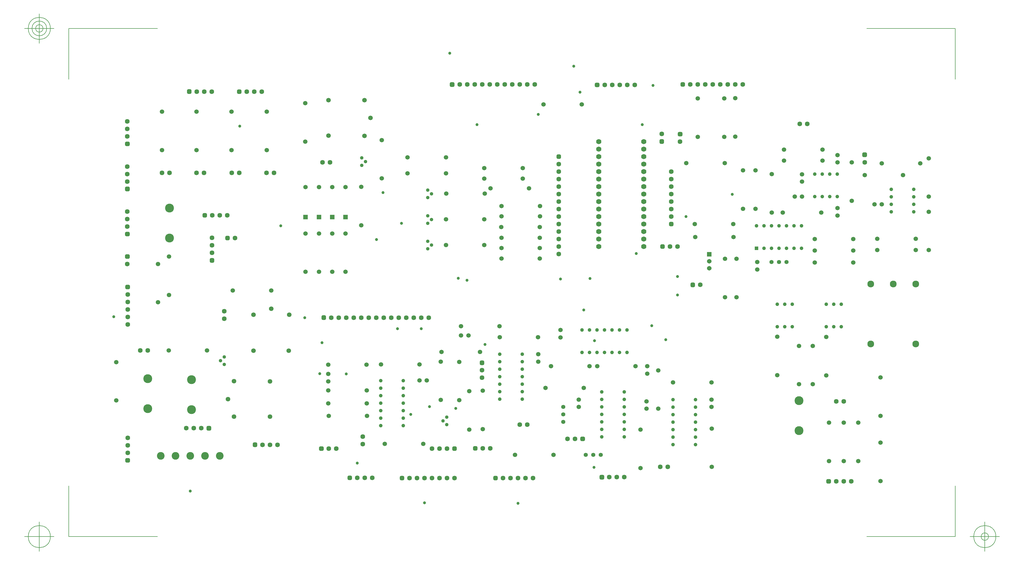
<source format=gbr>
G04 Generated by Ultiboard 13.0 *
%FSLAX33Y33*%
%MOMM*%

%ADD10C,0.001*%
%ADD11C,0.127*%
%ADD12C,1.000*%
%ADD13C,1.556*%
%ADD14C,1.609*%
%ADD15C,1.500*%
%ADD16C,1.185*%
%ADD17R,0.529X0.529*%
%ADD18C,0.995*%
%ADD19C,3.006*%
%ADD20C,1.422*%
%ADD21C,1.537*%
%ADD22R,1.537X1.537*%
%ADD23C,2.300*%
%ADD24C,1.245*%
%ADD25R,1.500X1.500*%
%ADD26C,1.760*%
%ADD27R,1.245X1.245*%
%ADD28C,2.600*%


G04 ColorRGB 9900CC for the following layer *
%LNSolder Mask Bottom*%
%LPD*%
G54D10*
G54D11*
X-1207Y-1137D02*
X-1207Y16089D01*
X-1207Y-1137D02*
X28813Y-1137D01*
X298997Y-1137D02*
X268977Y-1137D01*
X298997Y-1137D02*
X298997Y16089D01*
X298997Y171127D02*
X298997Y153901D01*
X298997Y171127D02*
X268977Y171127D01*
X-1207Y171127D02*
X28813Y171127D01*
X-1207Y171127D02*
X-1207Y153901D01*
X-6207Y-1137D02*
X-16207Y-1137D01*
X-11207Y-6137D02*
X-11207Y3863D01*
X-14957Y-1137D02*
G75*
D01*
G02X-14957Y-1137I3750J0*
G01*
X303997Y-1137D02*
X313997Y-1137D01*
X308997Y-6137D02*
X308997Y3863D01*
X305247Y-1137D02*
G75*
D01*
G02X305247Y-1137I3750J0*
G01*
X307747Y-1137D02*
G75*
D01*
G02X307747Y-1137I1250J0*
G01*
X-6207Y171127D02*
X-16207Y171127D01*
X-11207Y166127D02*
X-11207Y176127D01*
X-14957Y171127D02*
G75*
D01*
G02X-14957Y171127I3750J0*
G01*
X-13707Y171127D02*
G75*
D01*
G02X-13707Y171127I2500J0*
G01*
X-12457Y171127D02*
G75*
D01*
G02X-12457Y171127I1250J0*
G01*
G54D12*
X114580Y40300D03*
X173160Y75680D03*
X129800Y42340D03*
X196190Y70310D03*
X103020Y99530D03*
X96440Y23820D03*
X200930Y65570D03*
X111450Y105030D03*
X127770Y162730D03*
X92720Y53980D03*
X110120Y69340D03*
X130660Y86470D03*
X175250Y86370D03*
X118120Y69340D03*
X83780Y54060D03*
X176640Y22320D03*
X190940Y94780D03*
X56660Y137980D03*
X133650Y85800D03*
X139690Y64000D03*
X70510Y104210D03*
X207780Y107335D03*
X223420Y114910D03*
X137005Y138485D03*
X192965Y138485D03*
X196660Y151790D03*
X169820Y158340D03*
X157785Y142005D03*
X171920Y149540D03*
X39900Y14330D03*
X204940Y87070D03*
X84490Y64610D03*
X204945Y80735D03*
X150920Y10170D03*
X119220Y10350D03*
X165300Y86170D03*
X120920Y42880D03*
X78670Y73100D03*
X105190Y115500D03*
X14030Y73430D03*
X176820Y65270D03*
G54D13*
X73300Y61900D03*
X73396Y74096D03*
X67300Y76128D03*
X61300Y61900D03*
X61300Y74100D03*
X66900Y51500D03*
X54704Y51596D03*
X52672Y45500D03*
X66900Y39500D03*
X54700Y39500D03*
X86700Y134800D03*
X98896Y134704D03*
X100928Y140800D03*
X86700Y146800D03*
X98900Y146800D03*
G54D14*
X44600Y122200D03*
X42060Y122200D03*
X56500Y122200D03*
X53960Y122200D03*
X68300Y122200D03*
X65760Y122200D03*
X32900Y122200D03*
X30360Y122200D03*
X151460Y36800D03*
X154000Y36800D03*
X51400Y72700D03*
X51400Y75240D03*
X55040Y100100D03*
X84700Y125700D03*
X87240Y125700D03*
X248832Y138800D03*
X246292Y138800D03*
X212640Y84200D03*
X41120Y35600D03*
X43660Y35600D03*
X38580Y35600D03*
X170237Y32000D03*
X167697Y32000D03*
X138940Y28800D03*
X141480Y28800D03*
X86840Y28700D03*
X89380Y28700D03*
X49880Y107800D03*
X47340Y107800D03*
X52420Y107800D03*
X133680Y152100D03*
X131140Y152100D03*
X148920Y152100D03*
X141300Y152100D03*
X136220Y152100D03*
X138760Y152100D03*
X143840Y152100D03*
X146380Y152100D03*
X156540Y152100D03*
X151460Y152100D03*
X154000Y152100D03*
X180240Y152000D03*
X182780Y152000D03*
X187860Y152000D03*
X185320Y152000D03*
X190400Y152000D03*
X18600Y106480D03*
X18600Y103940D03*
X18600Y109020D03*
X47300Y97580D03*
X47300Y95040D03*
X47300Y100120D03*
X61580Y149700D03*
X59040Y149700D03*
X64120Y149700D03*
X44661Y149719D03*
X42121Y149719D03*
X47201Y149719D03*
X18700Y29780D03*
X18700Y27240D03*
X18700Y32320D03*
X66880Y30000D03*
X64340Y30000D03*
X69420Y30000D03*
X18600Y137080D03*
X18600Y134540D03*
X18600Y139620D03*
X18600Y91260D03*
X199100Y22500D03*
X201640Y22500D03*
X138720Y55240D03*
X138720Y52700D03*
X124320Y28700D03*
X126860Y28700D03*
X121780Y28700D03*
X98300Y32800D03*
X98300Y30260D03*
X25500Y62000D03*
X22960Y62000D03*
X164700Y99760D03*
X164700Y115000D03*
X164700Y122620D03*
X164700Y125160D03*
X164700Y120080D03*
X164700Y117540D03*
X164700Y107380D03*
X164700Y112460D03*
X164700Y109920D03*
X164700Y102300D03*
X164700Y104840D03*
X164700Y94680D03*
X164700Y97220D03*
X115580Y73100D03*
X97800Y73100D03*
X90180Y73100D03*
X87640Y73100D03*
X92720Y73100D03*
X95260Y73100D03*
X105420Y73100D03*
X100340Y73100D03*
X102880Y73100D03*
X113040Y73100D03*
X107960Y73100D03*
X110500Y73100D03*
X120660Y73100D03*
X118120Y73100D03*
X202405Y97205D03*
X204945Y97205D03*
X202780Y122575D03*
X202780Y109875D03*
X202780Y107335D03*
X202780Y112415D03*
X202780Y117495D03*
X202780Y114955D03*
X202780Y120035D03*
X199600Y135340D03*
X205800Y132760D03*
X268300Y125760D03*
X261180Y17600D03*
X258640Y17600D03*
X263720Y17600D03*
X261200Y44700D03*
X258660Y44700D03*
X184380Y19000D03*
X186920Y19000D03*
X181840Y19000D03*
X145840Y18700D03*
X148380Y18700D03*
X153460Y18700D03*
X150920Y18700D03*
X156000Y18700D03*
X129380Y18700D03*
X116680Y18700D03*
X114140Y18700D03*
X119220Y18700D03*
X124300Y18700D03*
X121760Y18700D03*
X126840Y18700D03*
X98980Y18800D03*
X96440Y18800D03*
X101520Y18800D03*
X18700Y80960D03*
X18700Y78420D03*
X18700Y73340D03*
X18700Y75880D03*
X18700Y70800D03*
X18600Y121780D03*
X18600Y119240D03*
X18600Y124320D03*
X224445Y152130D03*
X216825Y152130D03*
X211745Y152130D03*
X209205Y152130D03*
X214285Y152130D03*
X219365Y152130D03*
X221905Y152130D03*
X226985Y152130D03*
G54D15*
X194400Y44700D03*
X194400Y42200D03*
X139600Y115100D03*
X126600Y115100D03*
X139500Y106400D03*
X126500Y106400D03*
X139500Y97700D03*
X126500Y97700D03*
X104785Y133265D03*
X104785Y120265D03*
X120000Y51800D03*
X117500Y51800D03*
X42000Y129900D03*
X42000Y142900D03*
X78870Y132780D03*
X78870Y145780D03*
X30300Y129900D03*
X30300Y142900D03*
X65800Y129900D03*
X65800Y142900D03*
X32700Y80800D03*
X32700Y93800D03*
X29000Y78300D03*
X29000Y91300D03*
X53900Y129900D03*
X53900Y142900D03*
X211800Y134400D03*
X211800Y147400D03*
X224475Y147440D03*
X224475Y134440D03*
X134385Y48150D03*
X134385Y35150D03*
X259100Y110200D03*
X259100Y107700D03*
X259100Y128200D03*
X259100Y125700D03*
X171500Y42800D03*
X171500Y45300D03*
X247100Y119200D03*
X247100Y121700D03*
X244600Y114100D03*
X247100Y114100D03*
X240600Y108700D03*
X253600Y108700D03*
X227100Y110000D03*
X227100Y123000D03*
X236860Y108710D03*
X236860Y121710D03*
X231300Y123000D03*
X231300Y110000D03*
X271600Y111500D03*
X274100Y111500D03*
X216500Y35500D03*
X216500Y22500D03*
X216400Y42800D03*
X216400Y45300D03*
X203400Y51100D03*
X216400Y51100D03*
X198400Y55200D03*
X198400Y42200D03*
X194700Y54100D03*
X194700Y56600D03*
X157800Y58200D03*
X157800Y60700D03*
X165300Y66400D03*
X165300Y68900D03*
X173200Y49300D03*
X160200Y49300D03*
X175100Y56600D03*
X162100Y56600D03*
X190700Y56600D03*
X177700Y56600D03*
X144715Y66450D03*
X157715Y66450D03*
X144600Y70200D03*
X131600Y70200D03*
X138000Y61500D03*
X125000Y61500D03*
X162900Y26600D03*
X149900Y26600D03*
X138925Y48325D03*
X138925Y35325D03*
X131000Y45100D03*
X131000Y58100D03*
X124700Y58200D03*
X124700Y45200D03*
X118800Y30300D03*
X105800Y30300D03*
X104500Y57200D03*
X117500Y57200D03*
X86645Y44015D03*
X99645Y44015D03*
X99800Y39775D03*
X86800Y39775D03*
X86635Y48385D03*
X99635Y48385D03*
X99600Y57100D03*
X86600Y57100D03*
X32600Y62000D03*
X45600Y62000D03*
X14800Y58000D03*
X14800Y45000D03*
X88000Y101600D03*
X88000Y88600D03*
X83500Y101600D03*
X83500Y88600D03*
X92500Y101600D03*
X92500Y88600D03*
X78900Y101600D03*
X78900Y88600D03*
X78900Y117360D03*
X83500Y117360D03*
X88000Y117360D03*
X92500Y117360D03*
X97800Y117400D03*
X97800Y104400D03*
X54300Y82300D03*
X67300Y82300D03*
X172500Y145400D03*
X159500Y145400D03*
X113500Y127400D03*
X126500Y127400D03*
X126500Y122000D03*
X113500Y122000D03*
X145300Y93100D03*
X158300Y93100D03*
X145300Y96700D03*
X158300Y96700D03*
X145280Y100150D03*
X158280Y100150D03*
X145250Y103760D03*
X158250Y103760D03*
X145330Y107405D03*
X158330Y107405D03*
X145315Y110895D03*
X158315Y110895D03*
X141600Y116900D03*
X154600Y116900D03*
X220735Y147380D03*
X220735Y134380D03*
X210800Y104800D03*
X223800Y104800D03*
X223900Y100400D03*
X210900Y100400D03*
X224900Y93000D03*
X224900Y80000D03*
X221000Y80000D03*
X221000Y93000D03*
X231900Y89400D03*
X231900Y91900D03*
X264400Y99700D03*
X251400Y99700D03*
X251400Y95800D03*
X264400Y95800D03*
X264415Y91740D03*
X251415Y91740D03*
X263900Y125700D03*
X263900Y112700D03*
X254000Y130000D03*
X241000Y130000D03*
X254000Y126300D03*
X241000Y126300D03*
X287100Y125400D03*
X274100Y125400D03*
X268300Y121400D03*
X281300Y121400D03*
X290000Y127100D03*
X290000Y114100D03*
X290000Y109000D03*
X290000Y96000D03*
X285600Y99800D03*
X272600Y99800D03*
X285600Y96000D03*
X272600Y96000D03*
X192400Y22100D03*
X192400Y35100D03*
X134135Y67065D03*
X131635Y67065D03*
X86600Y51500D03*
X86600Y54000D03*
X220900Y125500D03*
X207900Y125500D03*
X273700Y17700D03*
X273700Y30700D03*
X261200Y37500D03*
X261200Y24500D03*
X266100Y37500D03*
X266100Y24500D03*
X256200Y37500D03*
X256200Y24500D03*
X273700Y39800D03*
X273700Y52800D03*
X255300Y53500D03*
X255300Y66500D03*
X250700Y50500D03*
X250700Y63500D03*
X246100Y50500D03*
X246100Y63500D03*
X238700Y53600D03*
X238700Y66600D03*
X139500Y120200D03*
X152500Y120200D03*
X139500Y123800D03*
X152500Y123800D03*
G54D16*
X120300Y113800D03*
X121570Y115070D03*
X120300Y116340D03*
X120300Y105100D03*
X121570Y106370D03*
X120300Y107640D03*
X120300Y96400D03*
X121570Y97670D03*
X120300Y98940D03*
X51400Y59800D03*
X50130Y58530D03*
X51400Y57260D03*
X125530Y38130D03*
X126800Y36860D03*
X126800Y39400D03*
X98025Y124680D03*
X99295Y125950D03*
X98025Y127220D03*
G54D17*
X52500Y100100D03*
X210100Y84200D03*
X46200Y35600D03*
X172777Y32000D03*
X136400Y28800D03*
X84300Y28700D03*
X44800Y107800D03*
X128600Y152100D03*
X177700Y152000D03*
X18600Y101400D03*
X47300Y92500D03*
X56500Y149700D03*
X39581Y149719D03*
X18700Y24700D03*
X61800Y30000D03*
X18600Y132000D03*
X18600Y93800D03*
X138720Y57780D03*
X129400Y28700D03*
X164700Y127700D03*
X85100Y73100D03*
X199865Y97205D03*
X202780Y104795D03*
X199600Y132800D03*
X205800Y135300D03*
X268300Y128300D03*
X256100Y17600D03*
X179300Y19000D03*
X143300Y18700D03*
X111600Y18700D03*
X93900Y18800D03*
X18700Y83500D03*
X18600Y116700D03*
X206665Y152130D03*
G54D18*
X52236Y99836D02*
X52764Y99836D01*
X52764Y100364D01*
X52236Y100364D01*
X52236Y99836D01*D02*
X209836Y83936D02*
X210364Y83936D01*
X210364Y84464D01*
X209836Y84464D01*
X209836Y83936D01*D02*
X45936Y35336D02*
X46464Y35336D01*
X46464Y35864D01*
X45936Y35864D01*
X45936Y35336D01*D02*
X172513Y31736D02*
X173041Y31736D01*
X173041Y32264D01*
X172513Y32264D01*
X172513Y31736D01*D02*
X136136Y28536D02*
X136664Y28536D01*
X136664Y29064D01*
X136136Y29064D01*
X136136Y28536D01*D02*
X84036Y28436D02*
X84564Y28436D01*
X84564Y28964D01*
X84036Y28964D01*
X84036Y28436D01*D02*
X44536Y107536D02*
X45064Y107536D01*
X45064Y108064D01*
X44536Y108064D01*
X44536Y107536D01*D02*
X128336Y151836D02*
X128864Y151836D01*
X128864Y152364D01*
X128336Y152364D01*
X128336Y151836D01*D02*
X177436Y151736D02*
X177964Y151736D01*
X177964Y152264D01*
X177436Y152264D01*
X177436Y151736D01*D02*
X18336Y101136D02*
X18864Y101136D01*
X18864Y101664D01*
X18336Y101664D01*
X18336Y101136D01*D02*
X47036Y92236D02*
X47564Y92236D01*
X47564Y92764D01*
X47036Y92764D01*
X47036Y92236D01*D02*
X56236Y149436D02*
X56764Y149436D01*
X56764Y149964D01*
X56236Y149964D01*
X56236Y149436D01*D02*
X39317Y149455D02*
X39845Y149455D01*
X39845Y149983D01*
X39317Y149983D01*
X39317Y149455D01*D02*
X18436Y24436D02*
X18964Y24436D01*
X18964Y24964D01*
X18436Y24964D01*
X18436Y24436D01*D02*
X61536Y29736D02*
X62064Y29736D01*
X62064Y30264D01*
X61536Y30264D01*
X61536Y29736D01*D02*
X18336Y131736D02*
X18864Y131736D01*
X18864Y132264D01*
X18336Y132264D01*
X18336Y131736D01*D02*
X18336Y93536D02*
X18864Y93536D01*
X18864Y94064D01*
X18336Y94064D01*
X18336Y93536D01*D02*
X138456Y57516D02*
X138984Y57516D01*
X138984Y58044D01*
X138456Y58044D01*
X138456Y57516D01*D02*
X129136Y28436D02*
X129664Y28436D01*
X129664Y28964D01*
X129136Y28964D01*
X129136Y28436D01*D02*
X164436Y127436D02*
X164964Y127436D01*
X164964Y127964D01*
X164436Y127964D01*
X164436Y127436D01*D02*
X84836Y72836D02*
X85364Y72836D01*
X85364Y73364D01*
X84836Y73364D01*
X84836Y72836D01*D02*
X199601Y96941D02*
X200129Y96941D01*
X200129Y97469D01*
X199601Y97469D01*
X199601Y96941D01*D02*
X202516Y104531D02*
X203044Y104531D01*
X203044Y105059D01*
X202516Y105059D01*
X202516Y104531D01*D02*
X199336Y132536D02*
X199864Y132536D01*
X199864Y133064D01*
X199336Y133064D01*
X199336Y132536D01*D02*
X205536Y135036D02*
X206064Y135036D01*
X206064Y135564D01*
X205536Y135564D01*
X205536Y135036D01*D02*
X268036Y128036D02*
X268564Y128036D01*
X268564Y128564D01*
X268036Y128564D01*
X268036Y128036D01*D02*
X255836Y17336D02*
X256364Y17336D01*
X256364Y17864D01*
X255836Y17864D01*
X255836Y17336D01*D02*
X179036Y18736D02*
X179564Y18736D01*
X179564Y19264D01*
X179036Y19264D01*
X179036Y18736D01*D02*
X143036Y18436D02*
X143564Y18436D01*
X143564Y18964D01*
X143036Y18964D01*
X143036Y18436D01*D02*
X111336Y18436D02*
X111864Y18436D01*
X111864Y18964D01*
X111336Y18964D01*
X111336Y18436D01*D02*
X93636Y18536D02*
X94164Y18536D01*
X94164Y19064D01*
X93636Y19064D01*
X93636Y18536D01*D02*
X18436Y83236D02*
X18964Y83236D01*
X18964Y83764D01*
X18436Y83764D01*
X18436Y83236D01*D02*
X18336Y116436D02*
X18864Y116436D01*
X18864Y116964D01*
X18336Y116964D01*
X18336Y116436D01*D02*
X206401Y151866D02*
X206929Y151866D01*
X206929Y152394D01*
X206401Y152394D01*
X206401Y151866D01*D02*
G54D19*
X246100Y44960D03*
X246100Y34800D03*
X40305Y52040D03*
X40305Y41880D03*
X25485Y52375D03*
X25485Y42215D03*
X32900Y110260D03*
X32900Y100100D03*
G54D20*
X166200Y42800D03*
X166200Y37720D03*
X166200Y40260D03*
X178900Y26600D03*
X173820Y26600D03*
X176360Y26600D03*
X241840Y91925D03*
X236760Y91925D03*
X239300Y91925D03*
G54D21*
X215700Y89820D03*
X215700Y92210D03*
G54D22*
X215700Y94600D03*
G54D23*
X285620Y64140D03*
X270380Y84460D03*
X278000Y84460D03*
X270380Y64140D03*
X285620Y84460D03*
G54D24*
X277280Y111540D03*
X284900Y116620D03*
X277280Y114080D03*
X284900Y114080D03*
X284900Y111540D03*
X277280Y109000D03*
X277280Y116620D03*
X284900Y109000D03*
X211055Y45265D03*
X203435Y37645D03*
X203435Y42725D03*
X203435Y40185D03*
X203435Y35105D03*
X203435Y32565D03*
X203435Y30025D03*
X211055Y30025D03*
X211055Y37645D03*
X211055Y42725D03*
X211055Y40185D03*
X211055Y35105D03*
X211055Y32565D03*
X203435Y45265D03*
X152380Y60710D03*
X144760Y53090D03*
X144760Y58170D03*
X144760Y55630D03*
X144760Y50550D03*
X144760Y48010D03*
X144760Y45470D03*
X152380Y45470D03*
X152380Y53090D03*
X152380Y58170D03*
X152380Y55630D03*
X152380Y50550D03*
X152380Y48010D03*
X144760Y60710D03*
X112060Y51765D03*
X104440Y44145D03*
X104440Y49225D03*
X104440Y46685D03*
X104440Y41605D03*
X104440Y39065D03*
X104440Y36525D03*
X112060Y36525D03*
X112060Y44145D03*
X112060Y49225D03*
X112060Y46685D03*
X112060Y41605D03*
X112060Y39065D03*
X104440Y51765D03*
X172560Y68910D03*
X180180Y61290D03*
X175100Y61290D03*
X177640Y61290D03*
X182720Y61290D03*
X185260Y61290D03*
X187800Y61290D03*
X187800Y68910D03*
X180180Y68910D03*
X175100Y68910D03*
X177640Y68910D03*
X182720Y68910D03*
X185260Y68910D03*
X172560Y61290D03*
X186920Y47900D03*
X179300Y40280D03*
X179300Y45360D03*
X179300Y42820D03*
X179300Y37740D03*
X179300Y35200D03*
X179300Y32660D03*
X186920Y32660D03*
X186920Y40280D03*
X186920Y45360D03*
X186920Y42820D03*
X186920Y37740D03*
X186920Y35200D03*
X179300Y47900D03*
X244400Y96560D03*
X246940Y96560D03*
X241860Y96560D03*
X236780Y96560D03*
X239320Y96560D03*
X234240Y96560D03*
X231700Y104180D03*
X246940Y104180D03*
X244400Y104180D03*
X241860Y104180D03*
X236780Y104180D03*
X239320Y104180D03*
X234240Y104180D03*
X259033Y114126D03*
X256493Y121746D03*
X251413Y121746D03*
X253953Y121746D03*
X251413Y114126D03*
X256493Y114126D03*
X253953Y114126D03*
X259033Y121746D03*
X243780Y70000D03*
X241240Y77620D03*
X241240Y70000D03*
X243780Y77620D03*
X238700Y77620D03*
X238700Y70000D03*
X260380Y70000D03*
X255300Y77620D03*
X257840Y70000D03*
X257840Y77620D03*
X260380Y77620D03*
X255300Y70000D03*
G54D25*
X78900Y107200D03*
X83500Y107200D03*
X88000Y107200D03*
X92500Y107200D03*
G54D26*
X178225Y132760D03*
X178225Y130220D03*
X178225Y127680D03*
X178225Y125140D03*
X178225Y122600D03*
X178225Y120060D03*
X178225Y117520D03*
X178225Y114980D03*
X178225Y112440D03*
X178225Y109900D03*
X178225Y107360D03*
X178225Y104820D03*
X178225Y102280D03*
X178225Y99740D03*
X178225Y97200D03*
X193465Y132760D03*
X193465Y130220D03*
X193465Y127680D03*
X193465Y125140D03*
X193465Y122600D03*
X193465Y120060D03*
X193465Y117520D03*
X193465Y114980D03*
X193465Y112440D03*
X193465Y109900D03*
X193465Y107360D03*
X193465Y104820D03*
X193465Y102280D03*
X193465Y99740D03*
X193465Y97200D03*
G54D27*
X231700Y96560D03*
G54D28*
X29900Y26200D03*
X34900Y26200D03*
X39900Y26200D03*
X44900Y26200D03*
X49900Y26200D03*

M02*

</source>
